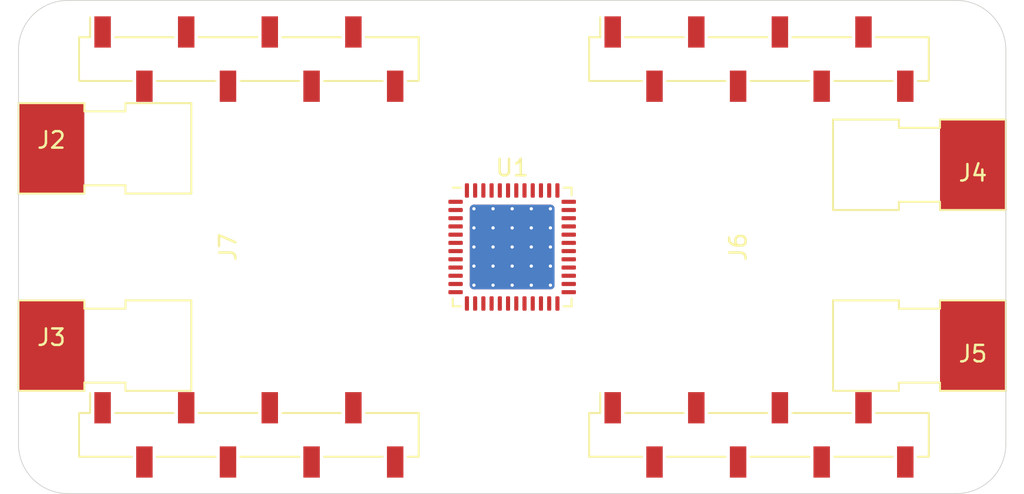
<source format=kicad_pcb>
(kicad_pcb (version 20171130) (host pcbnew 5.1.2-f72e74a~84~ubuntu19.04.1)

  (general
    (thickness 1.6)
    (drawings 8)
    (tracks 0)
    (zones 0)
    (modules 7)
    (nets 84)
  )

  (page A4)
  (layers
    (0 F.Cu signal)
    (31 B.Cu signal)
    (32 B.Adhes user)
    (33 F.Adhes user)
    (34 B.Paste user)
    (35 F.Paste user)
    (36 B.SilkS user)
    (37 F.SilkS user)
    (38 B.Mask user)
    (39 F.Mask user)
    (40 Dwgs.User user)
    (41 Cmts.User user)
    (42 Eco1.User user)
    (43 Eco2.User user)
    (44 Edge.Cuts user)
    (45 Margin user)
    (46 B.CrtYd user)
    (47 F.CrtYd user)
    (48 B.Fab user)
    (49 F.Fab user)
  )

  (setup
    (last_trace_width 0.25)
    (trace_clearance 0.2)
    (zone_clearance 0.508)
    (zone_45_only no)
    (trace_min 0.2)
    (via_size 0.8)
    (via_drill 0.4)
    (via_min_size 0.4)
    (via_min_drill 0.3)
    (uvia_size 0.3)
    (uvia_drill 0.1)
    (uvias_allowed no)
    (uvia_min_size 0.2)
    (uvia_min_drill 0.1)
    (edge_width 0.05)
    (segment_width 0.2)
    (pcb_text_width 0.3)
    (pcb_text_size 1.5 1.5)
    (mod_edge_width 0.12)
    (mod_text_size 1 1)
    (mod_text_width 0.15)
    (pad_size 1.524 1.524)
    (pad_drill 0.762)
    (pad_to_mask_clearance 0.051)
    (solder_mask_min_width 0.25)
    (aux_axis_origin 0 0)
    (visible_elements FFFFFF7F)
    (pcbplotparams
      (layerselection 0x010fc_ffffffff)
      (usegerberextensions false)
      (usegerberattributes false)
      (usegerberadvancedattributes false)
      (creategerberjobfile false)
      (excludeedgelayer true)
      (linewidth 0.100000)
      (plotframeref false)
      (viasonmask false)
      (mode 1)
      (useauxorigin false)
      (hpglpennumber 1)
      (hpglpenspeed 20)
      (hpglpendiameter 15.000000)
      (psnegative false)
      (psa4output false)
      (plotreference true)
      (plotvalue true)
      (plotinvisibletext false)
      (padsonsilk false)
      (subtractmaskfromsilk false)
      (outputformat 1)
      (mirror false)
      (drillshape 1)
      (scaleselection 1)
      (outputdirectory ""))
  )

  (net 0 "")
  (net 1 "Net-(U1-Pad48)")
  (net 2 "Net-(U1-Pad47)")
  (net 3 "Net-(U1-Pad46)")
  (net 4 "Net-(U1-Pad45)")
  (net 5 "Net-(U1-Pad44)")
  (net 6 "Net-(U1-Pad43)")
  (net 7 "Net-(U1-Pad42)")
  (net 8 "Net-(U1-Pad41)")
  (net 9 "Net-(U1-Pad40)")
  (net 10 "Net-(U1-Pad39)")
  (net 11 "Net-(U1-Pad38)")
  (net 12 "Net-(U1-Pad37)")
  (net 13 "Net-(U1-Pad36)")
  (net 14 "Net-(U1-Pad35)")
  (net 15 "Net-(U1-Pad34)")
  (net 16 "Net-(U1-Pad33)")
  (net 17 "Net-(U1-Pad32)")
  (net 18 "Net-(U1-Pad31)")
  (net 19 "Net-(U1-Pad30)")
  (net 20 "Net-(U1-Pad29)")
  (net 21 "Net-(U1-Pad28)")
  (net 22 "Net-(U1-Pad27)")
  (net 23 "Net-(U1-Pad26)")
  (net 24 "Net-(U1-Pad25)")
  (net 25 "Net-(U1-Pad24)")
  (net 26 "Net-(U1-Pad23)")
  (net 27 "Net-(U1-Pad22)")
  (net 28 "Net-(U1-Pad21)")
  (net 29 "Net-(U1-Pad20)")
  (net 30 "Net-(U1-Pad19)")
  (net 31 "Net-(U1-Pad18)")
  (net 32 "Net-(U1-Pad17)")
  (net 33 "Net-(U1-Pad16)")
  (net 34 "Net-(U1-Pad15)")
  (net 35 "Net-(U1-Pad14)")
  (net 36 "Net-(U1-Pad13)")
  (net 37 "Net-(U1-Pad12)")
  (net 38 "Net-(U1-Pad11)")
  (net 39 "Net-(U1-Pad10)")
  (net 40 "Net-(U1-Pad9)")
  (net 41 "Net-(U1-Pad8)")
  (net 42 "Net-(U1-Pad6)")
  (net 43 "Net-(U1-Pad5)")
  (net 44 "Net-(U1-Pad4)")
  (net 45 "Net-(U1-Pad3)")
  (net 46 "Net-(U1-Pad2)")
  (net 47 "Net-(U1-Pad1)")
  (net 48 "Net-(U1-Pad49)")
  (net 49 3V_in)
  (net 50 GND)
  (net 51 "Net-(J2-Pad1)")
  (net 52 "Net-(J6-Pad5)")
  (net 53 "Net-(J6-Pad3)")
  (net 54 "Net-(J6-Pad7)")
  (net 55 "Net-(J6-Pad4)")
  (net 56 "Net-(J6-Pad1)")
  (net 57 "Net-(J6-Pad2)")
  (net 58 "Net-(J6-Pad6)")
  (net 59 "Net-(J6-Pad8)")
  (net 60 "Net-(J6-Pad15)")
  (net 61 "Net-(J6-Pad13)")
  (net 62 "Net-(J6-Pad11)")
  (net 63 "Net-(J6-Pad9)")
  (net 64 "Net-(J6-Pad16)")
  (net 65 "Net-(J6-Pad14)")
  (net 66 "Net-(J6-Pad12)")
  (net 67 "Net-(J6-Pad10)")
  (net 68 "Net-(J7-Pad5)")
  (net 69 "Net-(J7-Pad3)")
  (net 70 "Net-(J7-Pad7)")
  (net 71 "Net-(J7-Pad4)")
  (net 72 "Net-(J7-Pad1)")
  (net 73 "Net-(J7-Pad2)")
  (net 74 "Net-(J7-Pad6)")
  (net 75 "Net-(J7-Pad8)")
  (net 76 "Net-(J7-Pad15)")
  (net 77 "Net-(J7-Pad13)")
  (net 78 "Net-(J7-Pad11)")
  (net 79 "Net-(J7-Pad9)")
  (net 80 "Net-(J7-Pad16)")
  (net 81 "Net-(J7-Pad14)")
  (net 82 "Net-(J7-Pad12)")
  (net 83 "Net-(J7-Pad10)")

  (net_class Default "This is the default net class."
    (clearance 0.2)
    (trace_width 0.25)
    (via_dia 0.8)
    (via_drill 0.4)
    (uvia_dia 0.3)
    (uvia_drill 0.1)
    (add_net 3V_in)
    (add_net GND)
    (add_net "Net-(J2-Pad1)")
    (add_net "Net-(J6-Pad1)")
    (add_net "Net-(J6-Pad10)")
    (add_net "Net-(J6-Pad11)")
    (add_net "Net-(J6-Pad12)")
    (add_net "Net-(J6-Pad13)")
    (add_net "Net-(J6-Pad14)")
    (add_net "Net-(J6-Pad15)")
    (add_net "Net-(J6-Pad16)")
    (add_net "Net-(J6-Pad2)")
    (add_net "Net-(J6-Pad3)")
    (add_net "Net-(J6-Pad4)")
    (add_net "Net-(J6-Pad5)")
    (add_net "Net-(J6-Pad6)")
    (add_net "Net-(J6-Pad7)")
    (add_net "Net-(J6-Pad8)")
    (add_net "Net-(J6-Pad9)")
    (add_net "Net-(J7-Pad1)")
    (add_net "Net-(J7-Pad10)")
    (add_net "Net-(J7-Pad11)")
    (add_net "Net-(J7-Pad12)")
    (add_net "Net-(J7-Pad13)")
    (add_net "Net-(J7-Pad14)")
    (add_net "Net-(J7-Pad15)")
    (add_net "Net-(J7-Pad16)")
    (add_net "Net-(J7-Pad2)")
    (add_net "Net-(J7-Pad3)")
    (add_net "Net-(J7-Pad4)")
    (add_net "Net-(J7-Pad5)")
    (add_net "Net-(J7-Pad6)")
    (add_net "Net-(J7-Pad7)")
    (add_net "Net-(J7-Pad8)")
    (add_net "Net-(J7-Pad9)")
    (add_net "Net-(U1-Pad1)")
    (add_net "Net-(U1-Pad10)")
    (add_net "Net-(U1-Pad11)")
    (add_net "Net-(U1-Pad12)")
    (add_net "Net-(U1-Pad13)")
    (add_net "Net-(U1-Pad14)")
    (add_net "Net-(U1-Pad15)")
    (add_net "Net-(U1-Pad16)")
    (add_net "Net-(U1-Pad17)")
    (add_net "Net-(U1-Pad18)")
    (add_net "Net-(U1-Pad19)")
    (add_net "Net-(U1-Pad2)")
    (add_net "Net-(U1-Pad20)")
    (add_net "Net-(U1-Pad21)")
    (add_net "Net-(U1-Pad22)")
    (add_net "Net-(U1-Pad23)")
    (add_net "Net-(U1-Pad24)")
    (add_net "Net-(U1-Pad25)")
    (add_net "Net-(U1-Pad26)")
    (add_net "Net-(U1-Pad27)")
    (add_net "Net-(U1-Pad28)")
    (add_net "Net-(U1-Pad29)")
    (add_net "Net-(U1-Pad3)")
    (add_net "Net-(U1-Pad30)")
    (add_net "Net-(U1-Pad31)")
    (add_net "Net-(U1-Pad32)")
    (add_net "Net-(U1-Pad33)")
    (add_net "Net-(U1-Pad34)")
    (add_net "Net-(U1-Pad35)")
    (add_net "Net-(U1-Pad36)")
    (add_net "Net-(U1-Pad37)")
    (add_net "Net-(U1-Pad38)")
    (add_net "Net-(U1-Pad39)")
    (add_net "Net-(U1-Pad4)")
    (add_net "Net-(U1-Pad40)")
    (add_net "Net-(U1-Pad41)")
    (add_net "Net-(U1-Pad42)")
    (add_net "Net-(U1-Pad43)")
    (add_net "Net-(U1-Pad44)")
    (add_net "Net-(U1-Pad45)")
    (add_net "Net-(U1-Pad46)")
    (add_net "Net-(U1-Pad47)")
    (add_net "Net-(U1-Pad48)")
    (add_net "Net-(U1-Pad49)")
    (add_net "Net-(U1-Pad5)")
    (add_net "Net-(U1-Pad6)")
    (add_net "Net-(U1-Pad8)")
    (add_net "Net-(U1-Pad9)")
  )

  (module leash:MikroBus-SMD (layer F.Cu) (tedit 5D019C4E) (tstamp 5D021A1D)
    (at 114 65 90)
    (path /5D0335F5)
    (attr smd)
    (fp_text reference J7 (at 0 -1.27 90) (layer F.SilkS)
      (effects (font (size 1 1) (thickness 0.15)))
    )
    (fp_text value mikroBUS (at 0 0 90) (layer F.Fab)
      (effects (font (size 1 1) (thickness 0.15)))
    )
    (fp_line (start -8.33 -10.8) (end -8.33 10.75) (layer F.CrtYd) (width 0.05))
    (fp_line (start -14.53 -10.8) (end -8.33 -10.8) (layer F.CrtYd) (width 0.05))
    (fp_line (start -14.53 10.75) (end -14.53 -10.8) (layer F.CrtYd) (width 0.05))
    (fp_line (start -8.33 10.75) (end -14.53 10.75) (layer F.CrtYd) (width 0.05))
    (fp_line (start -12.7 9.19) (end -13.7 9.19) (layer F.Fab) (width 0.1))
    (fp_line (start -10.1 -8.13) (end -10.1 -4.57) (layer F.SilkS) (width 0.12))
    (fp_line (start -13.7 9.19) (end -13.7 8.59) (layer F.Fab) (width 0.1))
    (fp_line (start -9.16 0.97) (end -9.16 1.57) (layer F.Fab) (width 0.1))
    (fp_line (start -12.7 10.26) (end -12.7 -10.26) (layer F.Fab) (width 0.1))
    (fp_line (start -10.16 -9.19) (end -9.16 -9.19) (layer F.Fab) (width 0.1))
    (fp_line (start -9.16 -8.59) (end -10.16 -8.59) (layer F.Fab) (width 0.1))
    (fp_line (start -13.7 -1.57) (end -12.7 -1.57) (layer F.Fab) (width 0.1))
    (fp_line (start -10.1 -10.32) (end -10.1 -9.65) (layer F.SilkS) (width 0.12))
    (fp_line (start -13.7 -6.65) (end -12.7 -6.65) (layer F.Fab) (width 0.1))
    (fp_line (start -9.16 1.57) (end -10.16 1.57) (layer F.Fab) (width 0.1))
    (fp_line (start -12.76 9.65) (end -12.76 10.32) (layer F.SilkS) (width 0.12))
    (fp_line (start -13.7 4.11) (end -13.7 3.51) (layer F.Fab) (width 0.1))
    (fp_line (start -12.7 -0.97) (end -13.7 -0.97) (layer F.Fab) (width 0.1))
    (fp_text user %R (at -11.43 0) (layer F.Fab)
      (effects (font (size 1 1) (thickness 0.15)))
    )
    (fp_line (start -10.16 6.05) (end -9.16 6.05) (layer F.Fab) (width 0.1))
    (fp_line (start -10.795 -10.26) (end -10.16 -9.625) (layer F.Fab) (width 0.1))
    (fp_line (start -10.1 -9.65) (end -8.89 -9.65) (layer F.SilkS) (width 0.12))
    (fp_line (start -12.7 -6.05) (end -13.7 -6.05) (layer F.Fab) (width 0.1))
    (fp_line (start -12.76 4.57) (end -12.76 8.13) (layer F.SilkS) (width 0.12))
    (fp_line (start -12.76 -5.59) (end -12.76 -2.03) (layer F.SilkS) (width 0.12))
    (fp_line (start -12.76 -10.32) (end -10.1 -10.32) (layer F.SilkS) (width 0.12))
    (fp_line (start -12.7 4.11) (end -13.7 4.11) (layer F.Fab) (width 0.1))
    (fp_line (start -10.16 -4.11) (end -9.16 -4.11) (layer F.Fab) (width 0.1))
    (fp_line (start -9.16 -3.51) (end -10.16 -3.51) (layer F.Fab) (width 0.1))
    (fp_line (start -10.1 7.11) (end -10.1 10.32) (layer F.SilkS) (width 0.12))
    (fp_line (start -9.16 6.65) (end -10.16 6.65) (layer F.Fab) (width 0.1))
    (fp_line (start -10.1 2.03) (end -10.1 5.59) (layer F.SilkS) (width 0.12))
    (fp_line (start -13.7 -0.97) (end -13.7 -1.57) (layer F.Fab) (width 0.1))
    (fp_line (start -12.76 -10.32) (end -12.76 -7.11) (layer F.SilkS) (width 0.12))
    (fp_line (start -10.16 10.26) (end -12.7 10.26) (layer F.Fab) (width 0.1))
    (fp_line (start -9.16 6.05) (end -9.16 6.65) (layer F.Fab) (width 0.1))
    (fp_line (start -12.76 -0.51) (end -12.76 3.05) (layer F.SilkS) (width 0.12))
    (fp_line (start -13.7 3.51) (end -12.7 3.51) (layer F.Fab) (width 0.1))
    (fp_line (start -10.16 0.97) (end -9.16 0.97) (layer F.Fab) (width 0.1))
    (fp_line (start -12.76 10.32) (end -10.1 10.32) (layer F.SilkS) (width 0.12))
    (fp_line (start -10.16 -9.625) (end -10.16 10.26) (layer F.Fab) (width 0.1))
    (fp_line (start -13.7 -6.05) (end -13.7 -6.65) (layer F.Fab) (width 0.1))
    (fp_line (start -13.7 8.59) (end -12.7 8.59) (layer F.Fab) (width 0.1))
    (fp_line (start -12.7 -10.26) (end -10.795 -10.26) (layer F.Fab) (width 0.1))
    (fp_line (start -9.16 -9.19) (end -9.16 -8.59) (layer F.Fab) (width 0.1))
    (fp_line (start -9.16 -4.11) (end -9.16 -3.51) (layer F.Fab) (width 0.1))
    (fp_line (start -10.1 -3.05) (end -10.1 0.51) (layer F.SilkS) (width 0.12))
    (fp_line (start 10.1 -10.32) (end 12.76 -10.32) (layer F.SilkS) (width 0.12))
    (fp_line (start 12.76 -10.32) (end 12.76 -9.65) (layer F.SilkS) (width 0.12))
    (fp_line (start 12.76 -8.13) (end 12.76 -4.57) (layer F.SilkS) (width 0.12))
    (fp_line (start 12.76 -3.05) (end 12.76 0.51) (layer F.SilkS) (width 0.12))
    (fp_line (start 12.76 2.03) (end 12.76 5.59) (layer F.SilkS) (width 0.12))
    (fp_line (start 12.76 7.11) (end 12.76 10.32) (layer F.SilkS) (width 0.12))
    (fp_line (start 10.1 10.32) (end 12.76 10.32) (layer F.SilkS) (width 0.12))
    (fp_line (start 10.1 -10.32) (end 10.1 -7.11) (layer F.SilkS) (width 0.12))
    (fp_line (start 10.1 -5.59) (end 10.1 -2.03) (layer F.SilkS) (width 0.12))
    (fp_line (start 10.1 -0.51) (end 10.1 3.05) (layer F.SilkS) (width 0.12))
    (fp_line (start 10.1 4.57) (end 10.1 8.13) (layer F.SilkS) (width 0.12))
    (fp_line (start 10.1 9.65) (end 10.1 10.32) (layer F.SilkS) (width 0.12))
    (fp_line (start 12.76 -9.65) (end 13.97 -9.65) (layer F.SilkS) (width 0.12))
    (fp_line (start 10.16 -10.26) (end 12.065 -10.26) (layer F.Fab) (width 0.1))
    (fp_line (start 12.065 -10.26) (end 12.7 -9.625) (layer F.Fab) (width 0.1))
    (fp_line (start 12.7 -9.625) (end 12.7 10.26) (layer F.Fab) (width 0.1))
    (fp_line (start 12.7 10.26) (end 10.16 10.26) (layer F.Fab) (width 0.1))
    (fp_line (start 10.16 10.26) (end 10.16 -10.26) (layer F.Fab) (width 0.1))
    (fp_line (start 12.7 -9.19) (end 13.7 -9.19) (layer F.Fab) (width 0.1))
    (fp_line (start 13.7 -9.19) (end 13.7 -8.59) (layer F.Fab) (width 0.1))
    (fp_line (start 13.7 -8.59) (end 12.7 -8.59) (layer F.Fab) (width 0.1))
    (fp_line (start 9.16 -6.65) (end 10.16 -6.65) (layer F.Fab) (width 0.1))
    (fp_line (start 10.16 -6.05) (end 9.16 -6.05) (layer F.Fab) (width 0.1))
    (fp_line (start 9.16 -6.05) (end 9.16 -6.65) (layer F.Fab) (width 0.1))
    (fp_line (start 12.7 -4.11) (end 13.7 -4.11) (layer F.Fab) (width 0.1))
    (fp_line (start 13.7 -4.11) (end 13.7 -3.51) (layer F.Fab) (width 0.1))
    (fp_line (start 13.7 -3.51) (end 12.7 -3.51) (layer F.Fab) (width 0.1))
    (fp_line (start 9.16 -1.57) (end 10.16 -1.57) (layer F.Fab) (width 0.1))
    (fp_line (start 10.16 -0.97) (end 9.16 -0.97) (layer F.Fab) (width 0.1))
    (fp_line (start 9.16 -0.97) (end 9.16 -1.57) (layer F.Fab) (width 0.1))
    (fp_line (start 12.7 0.97) (end 13.7 0.97) (layer F.Fab) (width 0.1))
    (fp_line (start 13.7 0.97) (end 13.7 1.57) (layer F.Fab) (width 0.1))
    (fp_line (start 13.7 1.57) (end 12.7 1.57) (layer F.Fab) (width 0.1))
    (fp_line (start 9.16 3.51) (end 10.16 3.51) (layer F.Fab) (width 0.1))
    (fp_line (start 10.16 4.11) (end 9.16 4.11) (layer F.Fab) (width 0.1))
    (fp_line (start 9.16 4.11) (end 9.16 3.51) (layer F.Fab) (width 0.1))
    (fp_line (start 12.7 6.05) (end 13.7 6.05) (layer F.Fab) (width 0.1))
    (fp_line (start 13.7 6.05) (end 13.7 6.65) (layer F.Fab) (width 0.1))
    (fp_line (start 13.7 6.65) (end 12.7 6.65) (layer F.Fab) (width 0.1))
    (fp_line (start 9.16 8.59) (end 10.16 8.59) (layer F.Fab) (width 0.1))
    (fp_line (start 10.16 9.19) (end 9.16 9.19) (layer F.Fab) (width 0.1))
    (fp_line (start 9.16 9.19) (end 9.16 8.59) (layer F.Fab) (width 0.1))
    (fp_line (start 8.33 -10.8) (end 14.53 -10.8) (layer F.CrtYd) (width 0.05))
    (fp_line (start 14.53 -10.8) (end 14.53 10.75) (layer F.CrtYd) (width 0.05))
    (fp_line (start 14.53 10.75) (end 8.33 10.75) (layer F.CrtYd) (width 0.05))
    (fp_line (start 8.33 10.75) (end 8.33 -10.8) (layer F.CrtYd) (width 0.05))
    (fp_text user %R (at 11.43 0) (layer F.Fab)
      (effects (font (size 1 1) (thickness 0.15)))
    )
    (pad 5 smd rect (at -9.78 1.27 90) (size 1.9 1) (layers F.Cu F.Paste F.Mask)
      (net 68 "Net-(J7-Pad5)"))
    (pad 3 smd rect (at -9.78 -3.81 90) (size 1.9 1) (layers F.Cu F.Paste F.Mask)
      (net 69 "Net-(J7-Pad3)"))
    (pad 7 smd rect (at -9.78 6.35 90) (size 1.9 1) (layers F.Cu F.Paste F.Mask)
      (net 70 "Net-(J7-Pad7)"))
    (pad 4 smd rect (at -13.08 -1.27 90) (size 1.9 1) (layers F.Cu F.Paste F.Mask)
      (net 71 "Net-(J7-Pad4)"))
    (pad 1 smd rect (at -9.78 -8.89 90) (size 1.9 1) (layers F.Cu F.Paste F.Mask)
      (net 72 "Net-(J7-Pad1)"))
    (pad 2 smd rect (at -13.08 -6.35 90) (size 1.9 1) (layers F.Cu F.Paste F.Mask)
      (net 73 "Net-(J7-Pad2)"))
    (pad 6 smd rect (at -13.08 3.81 90) (size 1.9 1) (layers F.Cu F.Paste F.Mask)
      (net 74 "Net-(J7-Pad6)"))
    (pad 8 smd rect (at -13.08 8.89 90) (size 1.9 1) (layers F.Cu F.Paste F.Mask)
      (net 75 "Net-(J7-Pad8)"))
    (pad 15 smd rect (at 9.78 -6.35 90) (size 1.9 1) (layers F.Cu F.Paste F.Mask)
      (net 76 "Net-(J7-Pad15)"))
    (pad 13 smd rect (at 9.78 -1.27 90) (size 1.9 1) (layers F.Cu F.Paste F.Mask)
      (net 77 "Net-(J7-Pad13)"))
    (pad 11 smd rect (at 9.78 3.81 90) (size 1.9 1) (layers F.Cu F.Paste F.Mask)
      (net 78 "Net-(J7-Pad11)"))
    (pad 9 smd rect (at 9.78 8.89 90) (size 1.9 1) (layers F.Cu F.Paste F.Mask)
      (net 79 "Net-(J7-Pad9)"))
    (pad 16 smd rect (at 13.08 -8.89 90) (size 1.9 1) (layers F.Cu F.Paste F.Mask)
      (net 80 "Net-(J7-Pad16)"))
    (pad 14 smd rect (at 13.08 -3.81 90) (size 1.9 1) (layers F.Cu F.Paste F.Mask)
      (net 81 "Net-(J7-Pad14)"))
    (pad 12 smd rect (at 13.08 1.27 90) (size 1.9 1) (layers F.Cu F.Paste F.Mask)
      (net 82 "Net-(J7-Pad12)"))
    (pad 10 smd rect (at 13.08 6.35 90) (size 1.9 1) (layers F.Cu F.Paste F.Mask)
      (net 83 "Net-(J7-Pad10)"))
    (model ${KISYS3DMOD}/Connector_PinSocket_2.54mm.3dshapes/PinSocket_1x08_P2.54mm_Vertical_SMD_Pin1Right.wrl
      (offset (xyz 11.43 0 0))
      (scale (xyz 1 1 1))
      (rotate (xyz 0 0 0))
    )
    (model ${KISYS3DMOD}/Connector_PinSocket_2.54mm.3dshapes/PinSocket_1x08_P2.54mm_Vertical_SMD_Pin1Right.wrl
      (offset (xyz -11.43 0 0))
      (scale (xyz 1 1 1))
      (rotate (xyz 0 0 0))
    )
  )

  (module leash:MikroBus-SMD (layer F.Cu) (tedit 5D019C4E) (tstamp 5D0219AB)
    (at 145 65 90)
    (path /5D0322BE)
    (attr smd)
    (fp_text reference J6 (at 0 -1.27 90) (layer F.SilkS)
      (effects (font (size 1 1) (thickness 0.15)))
    )
    (fp_text value mikroBUS (at 0 0 90) (layer F.Fab)
      (effects (font (size 1 1) (thickness 0.15)))
    )
    (fp_line (start -8.33 -10.8) (end -8.33 10.75) (layer F.CrtYd) (width 0.05))
    (fp_line (start -14.53 -10.8) (end -8.33 -10.8) (layer F.CrtYd) (width 0.05))
    (fp_line (start -14.53 10.75) (end -14.53 -10.8) (layer F.CrtYd) (width 0.05))
    (fp_line (start -8.33 10.75) (end -14.53 10.75) (layer F.CrtYd) (width 0.05))
    (fp_line (start -12.7 9.19) (end -13.7 9.19) (layer F.Fab) (width 0.1))
    (fp_line (start -10.1 -8.13) (end -10.1 -4.57) (layer F.SilkS) (width 0.12))
    (fp_line (start -13.7 9.19) (end -13.7 8.59) (layer F.Fab) (width 0.1))
    (fp_line (start -9.16 0.97) (end -9.16 1.57) (layer F.Fab) (width 0.1))
    (fp_line (start -12.7 10.26) (end -12.7 -10.26) (layer F.Fab) (width 0.1))
    (fp_line (start -10.16 -9.19) (end -9.16 -9.19) (layer F.Fab) (width 0.1))
    (fp_line (start -9.16 -8.59) (end -10.16 -8.59) (layer F.Fab) (width 0.1))
    (fp_line (start -13.7 -1.57) (end -12.7 -1.57) (layer F.Fab) (width 0.1))
    (fp_line (start -10.1 -10.32) (end -10.1 -9.65) (layer F.SilkS) (width 0.12))
    (fp_line (start -13.7 -6.65) (end -12.7 -6.65) (layer F.Fab) (width 0.1))
    (fp_line (start -9.16 1.57) (end -10.16 1.57) (layer F.Fab) (width 0.1))
    (fp_line (start -12.76 9.65) (end -12.76 10.32) (layer F.SilkS) (width 0.12))
    (fp_line (start -13.7 4.11) (end -13.7 3.51) (layer F.Fab) (width 0.1))
    (fp_line (start -12.7 -0.97) (end -13.7 -0.97) (layer F.Fab) (width 0.1))
    (fp_text user %R (at -11.43 0) (layer F.Fab)
      (effects (font (size 1 1) (thickness 0.15)))
    )
    (fp_line (start -10.16 6.05) (end -9.16 6.05) (layer F.Fab) (width 0.1))
    (fp_line (start -10.795 -10.26) (end -10.16 -9.625) (layer F.Fab) (width 0.1))
    (fp_line (start -10.1 -9.65) (end -8.89 -9.65) (layer F.SilkS) (width 0.12))
    (fp_line (start -12.7 -6.05) (end -13.7 -6.05) (layer F.Fab) (width 0.1))
    (fp_line (start -12.76 4.57) (end -12.76 8.13) (layer F.SilkS) (width 0.12))
    (fp_line (start -12.76 -5.59) (end -12.76 -2.03) (layer F.SilkS) (width 0.12))
    (fp_line (start -12.76 -10.32) (end -10.1 -10.32) (layer F.SilkS) (width 0.12))
    (fp_line (start -12.7 4.11) (end -13.7 4.11) (layer F.Fab) (width 0.1))
    (fp_line (start -10.16 -4.11) (end -9.16 -4.11) (layer F.Fab) (width 0.1))
    (fp_line (start -9.16 -3.51) (end -10.16 -3.51) (layer F.Fab) (width 0.1))
    (fp_line (start -10.1 7.11) (end -10.1 10.32) (layer F.SilkS) (width 0.12))
    (fp_line (start -9.16 6.65) (end -10.16 6.65) (layer F.Fab) (width 0.1))
    (fp_line (start -10.1 2.03) (end -10.1 5.59) (layer F.SilkS) (width 0.12))
    (fp_line (start -13.7 -0.97) (end -13.7 -1.57) (layer F.Fab) (width 0.1))
    (fp_line (start -12.76 -10.32) (end -12.76 -7.11) (layer F.SilkS) (width 0.12))
    (fp_line (start -10.16 10.26) (end -12.7 10.26) (layer F.Fab) (width 0.1))
    (fp_line (start -9.16 6.05) (end -9.16 6.65) (layer F.Fab) (width 0.1))
    (fp_line (start -12.76 -0.51) (end -12.76 3.05) (layer F.SilkS) (width 0.12))
    (fp_line (start -13.7 3.51) (end -12.7 3.51) (layer F.Fab) (width 0.1))
    (fp_line (start -10.16 0.97) (end -9.16 0.97) (layer F.Fab) (width 0.1))
    (fp_line (start -12.76 10.32) (end -10.1 10.32) (layer F.SilkS) (width 0.12))
    (fp_line (start -10.16 -9.625) (end -10.16 10.26) (layer F.Fab) (width 0.1))
    (fp_line (start -13.7 -6.05) (end -13.7 -6.65) (layer F.Fab) (width 0.1))
    (fp_line (start -13.7 8.59) (end -12.7 8.59) (layer F.Fab) (width 0.1))
    (fp_line (start -12.7 -10.26) (end -10.795 -10.26) (layer F.Fab) (width 0.1))
    (fp_line (start -9.16 -9.19) (end -9.16 -8.59) (layer F.Fab) (width 0.1))
    (fp_line (start -9.16 -4.11) (end -9.16 -3.51) (layer F.Fab) (width 0.1))
    (fp_line (start -10.1 -3.05) (end -10.1 0.51) (layer F.SilkS) (width 0.12))
    (fp_line (start 10.1 -10.32) (end 12.76 -10.32) (layer F.SilkS) (width 0.12))
    (fp_line (start 12.76 -10.32) (end 12.76 -9.65) (layer F.SilkS) (width 0.12))
    (fp_line (start 12.76 -8.13) (end 12.76 -4.57) (layer F.SilkS) (width 0.12))
    (fp_line (start 12.76 -3.05) (end 12.76 0.51) (layer F.SilkS) (width 0.12))
    (fp_line (start 12.76 2.03) (end 12.76 5.59) (layer F.SilkS) (width 0.12))
    (fp_line (start 12.76 7.11) (end 12.76 10.32) (layer F.SilkS) (width 0.12))
    (fp_line (start 10.1 10.32) (end 12.76 10.32) (layer F.SilkS) (width 0.12))
    (fp_line (start 10.1 -10.32) (end 10.1 -7.11) (layer F.SilkS) (width 0.12))
    (fp_line (start 10.1 -5.59) (end 10.1 -2.03) (layer F.SilkS) (width 0.12))
    (fp_line (start 10.1 -0.51) (end 10.1 3.05) (layer F.SilkS) (width 0.12))
    (fp_line (start 10.1 4.57) (end 10.1 8.13) (layer F.SilkS) (width 0.12))
    (fp_line (start 10.1 9.65) (end 10.1 10.32) (layer F.SilkS) (width 0.12))
    (fp_line (start 12.76 -9.65) (end 13.97 -9.65) (layer F.SilkS) (width 0.12))
    (fp_line (start 10.16 -10.26) (end 12.065 -10.26) (layer F.Fab) (width 0.1))
    (fp_line (start 12.065 -10.26) (end 12.7 -9.625) (layer F.Fab) (width 0.1))
    (fp_line (start 12.7 -9.625) (end 12.7 10.26) (layer F.Fab) (width 0.1))
    (fp_line (start 12.7 10.26) (end 10.16 10.26) (layer F.Fab) (width 0.1))
    (fp_line (start 10.16 10.26) (end 10.16 -10.26) (layer F.Fab) (width 0.1))
    (fp_line (start 12.7 -9.19) (end 13.7 -9.19) (layer F.Fab) (width 0.1))
    (fp_line (start 13.7 -9.19) (end 13.7 -8.59) (layer F.Fab) (width 0.1))
    (fp_line (start 13.7 -8.59) (end 12.7 -8.59) (layer F.Fab) (width 0.1))
    (fp_line (start 9.16 -6.65) (end 10.16 -6.65) (layer F.Fab) (width 0.1))
    (fp_line (start 10.16 -6.05) (end 9.16 -6.05) (layer F.Fab) (width 0.1))
    (fp_line (start 9.16 -6.05) (end 9.16 -6.65) (layer F.Fab) (width 0.1))
    (fp_line (start 12.7 -4.11) (end 13.7 -4.11) (layer F.Fab) (width 0.1))
    (fp_line (start 13.7 -4.11) (end 13.7 -3.51) (layer F.Fab) (width 0.1))
    (fp_line (start 13.7 -3.51) (end 12.7 -3.51) (layer F.Fab) (width 0.1))
    (fp_line (start 9.16 -1.57) (end 10.16 -1.57) (layer F.Fab) (width 0.1))
    (fp_line (start 10.16 -0.97) (end 9.16 -0.97) (layer F.Fab) (width 0.1))
    (fp_line (start 9.16 -0.97) (end 9.16 -1.57) (layer F.Fab) (width 0.1))
    (fp_line (start 12.7 0.97) (end 13.7 0.97) (layer F.Fab) (width 0.1))
    (fp_line (start 13.7 0.97) (end 13.7 1.57) (layer F.Fab) (width 0.1))
    (fp_line (start 13.7 1.57) (end 12.7 1.57) (layer F.Fab) (width 0.1))
    (fp_line (start 9.16 3.51) (end 10.16 3.51) (layer F.Fab) (width 0.1))
    (fp_line (start 10.16 4.11) (end 9.16 4.11) (layer F.Fab) (width 0.1))
    (fp_line (start 9.16 4.11) (end 9.16 3.51) (layer F.Fab) (width 0.1))
    (fp_line (start 12.7 6.05) (end 13.7 6.05) (layer F.Fab) (width 0.1))
    (fp_line (start 13.7 6.05) (end 13.7 6.65) (layer F.Fab) (width 0.1))
    (fp_line (start 13.7 6.65) (end 12.7 6.65) (layer F.Fab) (width 0.1))
    (fp_line (start 9.16 8.59) (end 10.16 8.59) (layer F.Fab) (width 0.1))
    (fp_line (start 10.16 9.19) (end 9.16 9.19) (layer F.Fab) (width 0.1))
    (fp_line (start 9.16 9.19) (end 9.16 8.59) (layer F.Fab) (width 0.1))
    (fp_line (start 8.33 -10.8) (end 14.53 -10.8) (layer F.CrtYd) (width 0.05))
    (fp_line (start 14.53 -10.8) (end 14.53 10.75) (layer F.CrtYd) (width 0.05))
    (fp_line (start 14.53 10.75) (end 8.33 10.75) (layer F.CrtYd) (width 0.05))
    (fp_line (start 8.33 10.75) (end 8.33 -10.8) (layer F.CrtYd) (width 0.05))
    (fp_text user %R (at 11.43 0) (layer F.Fab)
      (effects (font (size 1 1) (thickness 0.15)))
    )
    (pad 5 smd rect (at -9.78 1.27 90) (size 1.9 1) (layers F.Cu F.Paste F.Mask)
      (net 52 "Net-(J6-Pad5)"))
    (pad 3 smd rect (at -9.78 -3.81 90) (size 1.9 1) (layers F.Cu F.Paste F.Mask)
      (net 53 "Net-(J6-Pad3)"))
    (pad 7 smd rect (at -9.78 6.35 90) (size 1.9 1) (layers F.Cu F.Paste F.Mask)
      (net 54 "Net-(J6-Pad7)"))
    (pad 4 smd rect (at -13.08 -1.27 90) (size 1.9 1) (layers F.Cu F.Paste F.Mask)
      (net 55 "Net-(J6-Pad4)"))
    (pad 1 smd rect (at -9.78 -8.89 90) (size 1.9 1) (layers F.Cu F.Paste F.Mask)
      (net 56 "Net-(J6-Pad1)"))
    (pad 2 smd rect (at -13.08 -6.35 90) (size 1.9 1) (layers F.Cu F.Paste F.Mask)
      (net 57 "Net-(J6-Pad2)"))
    (pad 6 smd rect (at -13.08 3.81 90) (size 1.9 1) (layers F.Cu F.Paste F.Mask)
      (net 58 "Net-(J6-Pad6)"))
    (pad 8 smd rect (at -13.08 8.89 90) (size 1.9 1) (layers F.Cu F.Paste F.Mask)
      (net 59 "Net-(J6-Pad8)"))
    (pad 15 smd rect (at 9.78 -6.35 90) (size 1.9 1) (layers F.Cu F.Paste F.Mask)
      (net 60 "Net-(J6-Pad15)"))
    (pad 13 smd rect (at 9.78 -1.27 90) (size 1.9 1) (layers F.Cu F.Paste F.Mask)
      (net 61 "Net-(J6-Pad13)"))
    (pad 11 smd rect (at 9.78 3.81 90) (size 1.9 1) (layers F.Cu F.Paste F.Mask)
      (net 62 "Net-(J6-Pad11)"))
    (pad 9 smd rect (at 9.78 8.89 90) (size 1.9 1) (layers F.Cu F.Paste F.Mask)
      (net 63 "Net-(J6-Pad9)"))
    (pad 16 smd rect (at 13.08 -8.89 90) (size 1.9 1) (layers F.Cu F.Paste F.Mask)
      (net 64 "Net-(J6-Pad16)"))
    (pad 14 smd rect (at 13.08 -3.81 90) (size 1.9 1) (layers F.Cu F.Paste F.Mask)
      (net 65 "Net-(J6-Pad14)"))
    (pad 12 smd rect (at 13.08 1.27 90) (size 1.9 1) (layers F.Cu F.Paste F.Mask)
      (net 66 "Net-(J6-Pad12)"))
    (pad 10 smd rect (at 13.08 6.35 90) (size 1.9 1) (layers F.Cu F.Paste F.Mask)
      (net 67 "Net-(J6-Pad10)"))
    (model ${KISYS3DMOD}/Connector_PinSocket_2.54mm.3dshapes/PinSocket_1x08_P2.54mm_Vertical_SMD_Pin1Right.wrl
      (offset (xyz 11.43 0 0))
      (scale (xyz 1 1 1))
      (rotate (xyz 0 0 0))
    )
    (model ${KISYS3DMOD}/Connector_PinSocket_2.54mm.3dshapes/PinSocket_1x08_P2.54mm_Vertical_SMD_Pin1Right.wrl
      (offset (xyz -11.43 0 0))
      (scale (xyz 1 1 1))
      (rotate (xyz 0 0 0))
    )
  )

  (module leash:1020-1 (layer F.Cu) (tedit 5D019627) (tstamp 5D01F267)
    (at 158 71)
    (path /5D02D6AD)
    (fp_text reference J5 (at 0 0.5) (layer F.SilkS)
      (effects (font (size 1 1) (thickness 0.15)))
    )
    (fp_text value 1020-1 (at 0 -0.5) (layer F.Fab)
      (effects (font (size 1 1) (thickness 0.15)))
    )
    (fp_line (start -2 -2.75) (end 2 -2.75) (layer F.SilkS) (width 0.12))
    (fp_line (start -2 -2.25) (end -2 -2.75) (layer F.SilkS) (width 0.12))
    (fp_line (start -4.5 -2.25) (end -2 -2.25) (layer F.SilkS) (width 0.12))
    (fp_line (start -4.5 -2.75) (end -4.5 -2.25) (layer F.SilkS) (width 0.12))
    (fp_line (start -8.5 -2.75) (end -4.5 -2.75) (layer F.SilkS) (width 0.12))
    (fp_line (start -8.5 2.75) (end -8.5 -2.75) (layer F.SilkS) (width 0.12))
    (fp_line (start -2 2.25) (end -2 2.75) (layer F.SilkS) (width 0.12))
    (fp_line (start -4.5 2.25) (end -2 2.25) (layer F.SilkS) (width 0.12))
    (fp_line (start -4.5 2.75) (end -4.5 2.25) (layer F.SilkS) (width 0.12))
    (fp_line (start -8.5 2.75) (end -4.5 2.75) (layer F.SilkS) (width 0.12))
    (fp_line (start 2 2.75) (end -2 2.75) (layer F.SilkS) (width 0.12))
    (fp_line (start 2 -2.75) (end 2 2.75) (layer F.SilkS) (width 0.12))
    (pad 1 smd rect (at 0 0) (size 4 5.5) (layers F.Cu F.Paste F.Mask)
      (net 50 GND))
    (model ${KIPRJMOD}/Mech/keystone-PN1020-1.STEP
      (offset (xyz -4.5 0 0.5))
      (scale (xyz 1 1 1))
      (rotate (xyz -90 0 0))
    )
  )

  (module leash:1020-1 (layer F.Cu) (tedit 5D019627) (tstamp 5D01F4DE)
    (at 158 60)
    (path /5D02D4E1)
    (fp_text reference J4 (at 0 0.5) (layer F.SilkS)
      (effects (font (size 1 1) (thickness 0.15)))
    )
    (fp_text value 1020-1 (at 0 -0.5) (layer F.Fab)
      (effects (font (size 1 1) (thickness 0.15)))
    )
    (fp_line (start -2 -2.75) (end 2 -2.75) (layer F.SilkS) (width 0.12))
    (fp_line (start -2 -2.25) (end -2 -2.75) (layer F.SilkS) (width 0.12))
    (fp_line (start -4.5 -2.25) (end -2 -2.25) (layer F.SilkS) (width 0.12))
    (fp_line (start -4.5 -2.75) (end -4.5 -2.25) (layer F.SilkS) (width 0.12))
    (fp_line (start -8.5 -2.75) (end -4.5 -2.75) (layer F.SilkS) (width 0.12))
    (fp_line (start -8.5 2.75) (end -8.5 -2.75) (layer F.SilkS) (width 0.12))
    (fp_line (start -2 2.25) (end -2 2.75) (layer F.SilkS) (width 0.12))
    (fp_line (start -4.5 2.25) (end -2 2.25) (layer F.SilkS) (width 0.12))
    (fp_line (start -4.5 2.75) (end -4.5 2.25) (layer F.SilkS) (width 0.12))
    (fp_line (start -8.5 2.75) (end -4.5 2.75) (layer F.SilkS) (width 0.12))
    (fp_line (start 2 2.75) (end -2 2.75) (layer F.SilkS) (width 0.12))
    (fp_line (start 2 -2.75) (end 2 2.75) (layer F.SilkS) (width 0.12))
    (pad 1 smd rect (at 0 0) (size 4 5.5) (layers F.Cu F.Paste F.Mask)
      (net 51 "Net-(J2-Pad1)"))
    (model ${KIPRJMOD}/Mech/keystone-PN1020-1.STEP
      (offset (xyz -4.5 0 0.5))
      (scale (xyz 1 1 1))
      (rotate (xyz -90 0 0))
    )
  )

  (module leash:1020-1 (layer F.Cu) (tedit 5D019627) (tstamp 5D01F5E1)
    (at 102 71 180)
    (path /5D02E6A5)
    (fp_text reference J3 (at 0 0.5) (layer F.SilkS)
      (effects (font (size 1 1) (thickness 0.15)))
    )
    (fp_text value 1020-1 (at 0 -0.5) (layer F.Fab)
      (effects (font (size 1 1) (thickness 0.15)))
    )
    (fp_line (start -2 -2.75) (end 2 -2.75) (layer F.SilkS) (width 0.12))
    (fp_line (start -2 -2.25) (end -2 -2.75) (layer F.SilkS) (width 0.12))
    (fp_line (start -4.5 -2.25) (end -2 -2.25) (layer F.SilkS) (width 0.12))
    (fp_line (start -4.5 -2.75) (end -4.5 -2.25) (layer F.SilkS) (width 0.12))
    (fp_line (start -8.5 -2.75) (end -4.5 -2.75) (layer F.SilkS) (width 0.12))
    (fp_line (start -8.5 2.75) (end -8.5 -2.75) (layer F.SilkS) (width 0.12))
    (fp_line (start -2 2.25) (end -2 2.75) (layer F.SilkS) (width 0.12))
    (fp_line (start -4.5 2.25) (end -2 2.25) (layer F.SilkS) (width 0.12))
    (fp_line (start -4.5 2.75) (end -4.5 2.25) (layer F.SilkS) (width 0.12))
    (fp_line (start -8.5 2.75) (end -4.5 2.75) (layer F.SilkS) (width 0.12))
    (fp_line (start 2 2.75) (end -2 2.75) (layer F.SilkS) (width 0.12))
    (fp_line (start 2 -2.75) (end 2 2.75) (layer F.SilkS) (width 0.12))
    (pad 1 smd rect (at 0 0 180) (size 4 5.5) (layers F.Cu F.Paste F.Mask)
      (net 49 3V_in))
    (model ${KIPRJMOD}/Mech/keystone-PN1020-1.STEP
      (offset (xyz -4.5 0 0.5))
      (scale (xyz 1 1 1))
      (rotate (xyz -90 0 0))
    )
  )

  (module leash:1020-1 (layer F.Cu) (tedit 5D019627) (tstamp 5D01F234)
    (at 102 59 180)
    (path /5D02BD43)
    (fp_text reference J2 (at 0 0.5) (layer F.SilkS)
      (effects (font (size 1 1) (thickness 0.15)))
    )
    (fp_text value 1020-1 (at 0 -0.5) (layer F.Fab)
      (effects (font (size 1 1) (thickness 0.15)))
    )
    (fp_line (start -2 -2.75) (end 2 -2.75) (layer F.SilkS) (width 0.12))
    (fp_line (start -2 -2.25) (end -2 -2.75) (layer F.SilkS) (width 0.12))
    (fp_line (start -4.5 -2.25) (end -2 -2.25) (layer F.SilkS) (width 0.12))
    (fp_line (start -4.5 -2.75) (end -4.5 -2.25) (layer F.SilkS) (width 0.12))
    (fp_line (start -8.5 -2.75) (end -4.5 -2.75) (layer F.SilkS) (width 0.12))
    (fp_line (start -8.5 2.75) (end -8.5 -2.75) (layer F.SilkS) (width 0.12))
    (fp_line (start -2 2.25) (end -2 2.75) (layer F.SilkS) (width 0.12))
    (fp_line (start -4.5 2.25) (end -2 2.25) (layer F.SilkS) (width 0.12))
    (fp_line (start -4.5 2.75) (end -4.5 2.25) (layer F.SilkS) (width 0.12))
    (fp_line (start -8.5 2.75) (end -4.5 2.75) (layer F.SilkS) (width 0.12))
    (fp_line (start 2 2.75) (end -2 2.75) (layer F.SilkS) (width 0.12))
    (fp_line (start 2 -2.75) (end 2 2.75) (layer F.SilkS) (width 0.12))
    (pad 1 smd rect (at 0 0 180) (size 4 5.5) (layers F.Cu F.Paste F.Mask)
      (net 51 "Net-(J2-Pad1)"))
    (model ${KIPRJMOD}/Mech/keystone-PN1020-1.STEP
      (offset (xyz -4.5 0 0.5))
      (scale (xyz 1 1 1))
      (rotate (xyz -90 0 0))
    )
  )

  (module Package_DFN_QFN:QFN-48-1EP_7x7mm_P0.5mm_EP5.15x5.15mm_ThermalVias (layer F.Cu) (tedit 5C26A111) (tstamp 5D016F71)
    (at 130 65)
    (descr "QFN, 48 Pin (http://www.analog.com/media/en/package-pcb-resources/package/pkg_pdf/ltc-legacy-qfn/QFN_48_05-08-1704.pdf), generated with kicad-footprint-generator ipc_dfn_qfn_generator.py")
    (tags "QFN DFN_QFN")
    (path /5D019B84)
    (attr smd)
    (fp_text reference U1 (at 0 -4.82) (layer F.SilkS)
      (effects (font (size 1 1) (thickness 0.15)))
    )
    (fp_text value CC1352R (at 0 4.82) (layer F.Fab)
      (effects (font (size 1 1) (thickness 0.15)))
    )
    (fp_text user %R (at 0 0) (layer F.Fab)
      (effects (font (size 1 1) (thickness 0.15)))
    )
    (fp_line (start 4.12 -4.12) (end -4.12 -4.12) (layer F.CrtYd) (width 0.05))
    (fp_line (start 4.12 4.12) (end 4.12 -4.12) (layer F.CrtYd) (width 0.05))
    (fp_line (start -4.12 4.12) (end 4.12 4.12) (layer F.CrtYd) (width 0.05))
    (fp_line (start -4.12 -4.12) (end -4.12 4.12) (layer F.CrtYd) (width 0.05))
    (fp_line (start -3.5 -2.5) (end -2.5 -3.5) (layer F.Fab) (width 0.1))
    (fp_line (start -3.5 3.5) (end -3.5 -2.5) (layer F.Fab) (width 0.1))
    (fp_line (start 3.5 3.5) (end -3.5 3.5) (layer F.Fab) (width 0.1))
    (fp_line (start 3.5 -3.5) (end 3.5 3.5) (layer F.Fab) (width 0.1))
    (fp_line (start -2.5 -3.5) (end 3.5 -3.5) (layer F.Fab) (width 0.1))
    (fp_line (start -3.135 -3.61) (end -3.61 -3.61) (layer F.SilkS) (width 0.12))
    (fp_line (start 3.61 3.61) (end 3.61 3.135) (layer F.SilkS) (width 0.12))
    (fp_line (start 3.135 3.61) (end 3.61 3.61) (layer F.SilkS) (width 0.12))
    (fp_line (start -3.61 3.61) (end -3.61 3.135) (layer F.SilkS) (width 0.12))
    (fp_line (start -3.135 3.61) (end -3.61 3.61) (layer F.SilkS) (width 0.12))
    (fp_line (start 3.61 -3.61) (end 3.61 -3.135) (layer F.SilkS) (width 0.12))
    (fp_line (start 3.135 -3.61) (end 3.61 -3.61) (layer F.SilkS) (width 0.12))
    (pad 48 smd roundrect (at -2.75 -3.4375) (size 0.25 0.875) (layers F.Cu F.Paste F.Mask) (roundrect_rratio 0.25)
      (net 1 "Net-(U1-Pad48)"))
    (pad 47 smd roundrect (at -2.25 -3.4375) (size 0.25 0.875) (layers F.Cu F.Paste F.Mask) (roundrect_rratio 0.25)
      (net 2 "Net-(U1-Pad47)"))
    (pad 46 smd roundrect (at -1.75 -3.4375) (size 0.25 0.875) (layers F.Cu F.Paste F.Mask) (roundrect_rratio 0.25)
      (net 3 "Net-(U1-Pad46)"))
    (pad 45 smd roundrect (at -1.25 -3.4375) (size 0.25 0.875) (layers F.Cu F.Paste F.Mask) (roundrect_rratio 0.25)
      (net 4 "Net-(U1-Pad45)"))
    (pad 44 smd roundrect (at -0.75 -3.4375) (size 0.25 0.875) (layers F.Cu F.Paste F.Mask) (roundrect_rratio 0.25)
      (net 5 "Net-(U1-Pad44)"))
    (pad 43 smd roundrect (at -0.25 -3.4375) (size 0.25 0.875) (layers F.Cu F.Paste F.Mask) (roundrect_rratio 0.25)
      (net 6 "Net-(U1-Pad43)"))
    (pad 42 smd roundrect (at 0.25 -3.4375) (size 0.25 0.875) (layers F.Cu F.Paste F.Mask) (roundrect_rratio 0.25)
      (net 7 "Net-(U1-Pad42)"))
    (pad 41 smd roundrect (at 0.75 -3.4375) (size 0.25 0.875) (layers F.Cu F.Paste F.Mask) (roundrect_rratio 0.25)
      (net 8 "Net-(U1-Pad41)"))
    (pad 40 smd roundrect (at 1.25 -3.4375) (size 0.25 0.875) (layers F.Cu F.Paste F.Mask) (roundrect_rratio 0.25)
      (net 9 "Net-(U1-Pad40)"))
    (pad 39 smd roundrect (at 1.75 -3.4375) (size 0.25 0.875) (layers F.Cu F.Paste F.Mask) (roundrect_rratio 0.25)
      (net 10 "Net-(U1-Pad39)"))
    (pad 38 smd roundrect (at 2.25 -3.4375) (size 0.25 0.875) (layers F.Cu F.Paste F.Mask) (roundrect_rratio 0.25)
      (net 11 "Net-(U1-Pad38)"))
    (pad 37 smd roundrect (at 2.75 -3.4375) (size 0.25 0.875) (layers F.Cu F.Paste F.Mask) (roundrect_rratio 0.25)
      (net 12 "Net-(U1-Pad37)"))
    (pad 36 smd roundrect (at 3.4375 -2.75) (size 0.875 0.25) (layers F.Cu F.Paste F.Mask) (roundrect_rratio 0.25)
      (net 13 "Net-(U1-Pad36)"))
    (pad 35 smd roundrect (at 3.4375 -2.25) (size 0.875 0.25) (layers F.Cu F.Paste F.Mask) (roundrect_rratio 0.25)
      (net 14 "Net-(U1-Pad35)"))
    (pad 34 smd roundrect (at 3.4375 -1.75) (size 0.875 0.25) (layers F.Cu F.Paste F.Mask) (roundrect_rratio 0.25)
      (net 15 "Net-(U1-Pad34)"))
    (pad 33 smd roundrect (at 3.4375 -1.25) (size 0.875 0.25) (layers F.Cu F.Paste F.Mask) (roundrect_rratio 0.25)
      (net 16 "Net-(U1-Pad33)"))
    (pad 32 smd roundrect (at 3.4375 -0.75) (size 0.875 0.25) (layers F.Cu F.Paste F.Mask) (roundrect_rratio 0.25)
      (net 17 "Net-(U1-Pad32)"))
    (pad 31 smd roundrect (at 3.4375 -0.25) (size 0.875 0.25) (layers F.Cu F.Paste F.Mask) (roundrect_rratio 0.25)
      (net 18 "Net-(U1-Pad31)"))
    (pad 30 smd roundrect (at 3.4375 0.25) (size 0.875 0.25) (layers F.Cu F.Paste F.Mask) (roundrect_rratio 0.25)
      (net 19 "Net-(U1-Pad30)"))
    (pad 29 smd roundrect (at 3.4375 0.75) (size 0.875 0.25) (layers F.Cu F.Paste F.Mask) (roundrect_rratio 0.25)
      (net 20 "Net-(U1-Pad29)"))
    (pad 28 smd roundrect (at 3.4375 1.25) (size 0.875 0.25) (layers F.Cu F.Paste F.Mask) (roundrect_rratio 0.25)
      (net 21 "Net-(U1-Pad28)"))
    (pad 27 smd roundrect (at 3.4375 1.75) (size 0.875 0.25) (layers F.Cu F.Paste F.Mask) (roundrect_rratio 0.25)
      (net 22 "Net-(U1-Pad27)"))
    (pad 26 smd roundrect (at 3.4375 2.25) (size 0.875 0.25) (layers F.Cu F.Paste F.Mask) (roundrect_rratio 0.25)
      (net 23 "Net-(U1-Pad26)"))
    (pad 25 smd roundrect (at 3.4375 2.75) (size 0.875 0.25) (layers F.Cu F.Paste F.Mask) (roundrect_rratio 0.25)
      (net 24 "Net-(U1-Pad25)"))
    (pad 24 smd roundrect (at 2.75 3.4375) (size 0.25 0.875) (layers F.Cu F.Paste F.Mask) (roundrect_rratio 0.25)
      (net 25 "Net-(U1-Pad24)"))
    (pad 23 smd roundrect (at 2.25 3.4375) (size 0.25 0.875) (layers F.Cu F.Paste F.Mask) (roundrect_rratio 0.25)
      (net 26 "Net-(U1-Pad23)"))
    (pad 22 smd roundrect (at 1.75 3.4375) (size 0.25 0.875) (layers F.Cu F.Paste F.Mask) (roundrect_rratio 0.25)
      (net 27 "Net-(U1-Pad22)"))
    (pad 21 smd roundrect (at 1.25 3.4375) (size 0.25 0.875) (layers F.Cu F.Paste F.Mask) (roundrect_rratio 0.25)
      (net 28 "Net-(U1-Pad21)"))
    (pad 20 smd roundrect (at 0.75 3.4375) (size 0.25 0.875) (layers F.Cu F.Paste F.Mask) (roundrect_rratio 0.25)
      (net 29 "Net-(U1-Pad20)"))
    (pad 19 smd roundrect (at 0.25 3.4375) (size 0.25 0.875) (layers F.Cu F.Paste F.Mask) (roundrect_rratio 0.25)
      (net 30 "Net-(U1-Pad19)"))
    (pad 18 smd roundrect (at -0.25 3.4375) (size 0.25 0.875) (layers F.Cu F.Paste F.Mask) (roundrect_rratio 0.25)
      (net 31 "Net-(U1-Pad18)"))
    (pad 17 smd roundrect (at -0.75 3.4375) (size 0.25 0.875) (layers F.Cu F.Paste F.Mask) (roundrect_rratio 0.25)
      (net 32 "Net-(U1-Pad17)"))
    (pad 16 smd roundrect (at -1.25 3.4375) (size 0.25 0.875) (layers F.Cu F.Paste F.Mask) (roundrect_rratio 0.25)
      (net 33 "Net-(U1-Pad16)"))
    (pad 15 smd roundrect (at -1.75 3.4375) (size 0.25 0.875) (layers F.Cu F.Paste F.Mask) (roundrect_rratio 0.25)
      (net 34 "Net-(U1-Pad15)"))
    (pad 14 smd roundrect (at -2.25 3.4375) (size 0.25 0.875) (layers F.Cu F.Paste F.Mask) (roundrect_rratio 0.25)
      (net 35 "Net-(U1-Pad14)"))
    (pad 13 smd roundrect (at -2.75 3.4375) (size 0.25 0.875) (layers F.Cu F.Paste F.Mask) (roundrect_rratio 0.25)
      (net 36 "Net-(U1-Pad13)"))
    (pad 12 smd roundrect (at -3.4375 2.75) (size 0.875 0.25) (layers F.Cu F.Paste F.Mask) (roundrect_rratio 0.25)
      (net 37 "Net-(U1-Pad12)"))
    (pad 11 smd roundrect (at -3.4375 2.25) (size 0.875 0.25) (layers F.Cu F.Paste F.Mask) (roundrect_rratio 0.25)
      (net 38 "Net-(U1-Pad11)"))
    (pad 10 smd roundrect (at -3.4375 1.75) (size 0.875 0.25) (layers F.Cu F.Paste F.Mask) (roundrect_rratio 0.25)
      (net 39 "Net-(U1-Pad10)"))
    (pad 9 smd roundrect (at -3.4375 1.25) (size 0.875 0.25) (layers F.Cu F.Paste F.Mask) (roundrect_rratio 0.25)
      (net 40 "Net-(U1-Pad9)"))
    (pad 8 smd roundrect (at -3.4375 0.75) (size 0.875 0.25) (layers F.Cu F.Paste F.Mask) (roundrect_rratio 0.25)
      (net 41 "Net-(U1-Pad8)"))
    (pad 7 smd roundrect (at -3.4375 0.25) (size 0.875 0.25) (layers F.Cu F.Paste F.Mask) (roundrect_rratio 0.25))
    (pad 6 smd roundrect (at -3.4375 -0.25) (size 0.875 0.25) (layers F.Cu F.Paste F.Mask) (roundrect_rratio 0.25)
      (net 42 "Net-(U1-Pad6)"))
    (pad 5 smd roundrect (at -3.4375 -0.75) (size 0.875 0.25) (layers F.Cu F.Paste F.Mask) (roundrect_rratio 0.25)
      (net 43 "Net-(U1-Pad5)"))
    (pad 4 smd roundrect (at -3.4375 -1.25) (size 0.875 0.25) (layers F.Cu F.Paste F.Mask) (roundrect_rratio 0.25)
      (net 44 "Net-(U1-Pad4)"))
    (pad 3 smd roundrect (at -3.4375 -1.75) (size 0.875 0.25) (layers F.Cu F.Paste F.Mask) (roundrect_rratio 0.25)
      (net 45 "Net-(U1-Pad3)"))
    (pad 2 smd roundrect (at -3.4375 -2.25) (size 0.875 0.25) (layers F.Cu F.Paste F.Mask) (roundrect_rratio 0.25)
      (net 46 "Net-(U1-Pad2)"))
    (pad 1 smd roundrect (at -3.4375 -2.75) (size 0.875 0.25) (layers F.Cu F.Paste F.Mask) (roundrect_rratio 0.25)
      (net 47 "Net-(U1-Pad1)"))
    (pad "" smd roundrect (at 1.74375 1.74375) (size 0.997293 0.997293) (layers F.Paste) (roundrect_rratio 0.25))
    (pad "" smd roundrect (at 1.74375 0.58125) (size 0.997293 0.997293) (layers F.Paste) (roundrect_rratio 0.25))
    (pad "" smd roundrect (at 1.74375 -0.58125) (size 0.997293 0.997293) (layers F.Paste) (roundrect_rratio 0.25))
    (pad "" smd roundrect (at 1.74375 -1.74375) (size 0.997293 0.997293) (layers F.Paste) (roundrect_rratio 0.25))
    (pad "" smd roundrect (at 0.58125 1.74375) (size 0.997293 0.997293) (layers F.Paste) (roundrect_rratio 0.25))
    (pad "" smd roundrect (at 0.58125 0.58125) (size 0.997293 0.997293) (layers F.Paste) (roundrect_rratio 0.25))
    (pad "" smd roundrect (at 0.58125 -0.58125) (size 0.997293 0.997293) (layers F.Paste) (roundrect_rratio 0.25))
    (pad "" smd roundrect (at 0.58125 -1.74375) (size 0.997293 0.997293) (layers F.Paste) (roundrect_rratio 0.25))
    (pad "" smd roundrect (at -0.58125 1.74375) (size 0.997293 0.997293) (layers F.Paste) (roundrect_rratio 0.25))
    (pad "" smd roundrect (at -0.58125 0.58125) (size 0.997293 0.997293) (layers F.Paste) (roundrect_rratio 0.25))
    (pad "" smd roundrect (at -0.58125 -0.58125) (size 0.997293 0.997293) (layers F.Paste) (roundrect_rratio 0.25))
    (pad "" smd roundrect (at -0.58125 -1.74375) (size 0.997293 0.997293) (layers F.Paste) (roundrect_rratio 0.25))
    (pad "" smd roundrect (at -1.74375 1.74375) (size 0.997293 0.997293) (layers F.Paste) (roundrect_rratio 0.25))
    (pad "" smd roundrect (at -1.74375 0.58125) (size 0.997293 0.997293) (layers F.Paste) (roundrect_rratio 0.25))
    (pad "" smd roundrect (at -1.74375 -0.58125) (size 0.997293 0.997293) (layers F.Paste) (roundrect_rratio 0.25))
    (pad "" smd roundrect (at -1.74375 -1.74375) (size 0.997293 0.997293) (layers F.Paste) (roundrect_rratio 0.25))
    (pad 49 smd roundrect (at 0 0) (size 5.15 5.15) (layers B.Cu) (roundrect_rratio 0.048544)
      (net 48 "Net-(U1-Pad49)"))
    (pad 49 thru_hole circle (at 2.325 2.325) (size 0.5 0.5) (drill 0.2) (layers *.Cu)
      (net 48 "Net-(U1-Pad49)"))
    (pad 49 thru_hole circle (at 1.1625 2.325) (size 0.5 0.5) (drill 0.2) (layers *.Cu)
      (net 48 "Net-(U1-Pad49)"))
    (pad 49 thru_hole circle (at 0 2.325) (size 0.5 0.5) (drill 0.2) (layers *.Cu)
      (net 48 "Net-(U1-Pad49)"))
    (pad 49 thru_hole circle (at -1.1625 2.325) (size 0.5 0.5) (drill 0.2) (layers *.Cu)
      (net 48 "Net-(U1-Pad49)"))
    (pad 49 thru_hole circle (at -2.325 2.325) (size 0.5 0.5) (drill 0.2) (layers *.Cu)
      (net 48 "Net-(U1-Pad49)"))
    (pad 49 thru_hole circle (at 2.325 1.1625) (size 0.5 0.5) (drill 0.2) (layers *.Cu)
      (net 48 "Net-(U1-Pad49)"))
    (pad 49 thru_hole circle (at 1.1625 1.1625) (size 0.5 0.5) (drill 0.2) (layers *.Cu)
      (net 48 "Net-(U1-Pad49)"))
    (pad 49 thru_hole circle (at 0 1.1625) (size 0.5 0.5) (drill 0.2) (layers *.Cu)
      (net 48 "Net-(U1-Pad49)"))
    (pad 49 thru_hole circle (at -1.1625 1.1625) (size 0.5 0.5) (drill 0.2) (layers *.Cu)
      (net 48 "Net-(U1-Pad49)"))
    (pad 49 thru_hole circle (at -2.325 1.1625) (size 0.5 0.5) (drill 0.2) (layers *.Cu)
      (net 48 "Net-(U1-Pad49)"))
    (pad 49 thru_hole circle (at 2.325 0) (size 0.5 0.5) (drill 0.2) (layers *.Cu)
      (net 48 "Net-(U1-Pad49)"))
    (pad 49 thru_hole circle (at 1.1625 0) (size 0.5 0.5) (drill 0.2) (layers *.Cu)
      (net 48 "Net-(U1-Pad49)"))
    (pad 49 thru_hole circle (at 0 0) (size 0.5 0.5) (drill 0.2) (layers *.Cu)
      (net 48 "Net-(U1-Pad49)"))
    (pad 49 thru_hole circle (at -1.1625 0) (size 0.5 0.5) (drill 0.2) (layers *.Cu)
      (net 48 "Net-(U1-Pad49)"))
    (pad 49 thru_hole circle (at -2.325 0) (size 0.5 0.5) (drill 0.2) (layers *.Cu)
      (net 48 "Net-(U1-Pad49)"))
    (pad 49 thru_hole circle (at 2.325 -1.1625) (size 0.5 0.5) (drill 0.2) (layers *.Cu)
      (net 48 "Net-(U1-Pad49)"))
    (pad 49 thru_hole circle (at 1.1625 -1.1625) (size 0.5 0.5) (drill 0.2) (layers *.Cu)
      (net 48 "Net-(U1-Pad49)"))
    (pad 49 thru_hole circle (at 0 -1.1625) (size 0.5 0.5) (drill 0.2) (layers *.Cu)
      (net 48 "Net-(U1-Pad49)"))
    (pad 49 thru_hole circle (at -1.1625 -1.1625) (size 0.5 0.5) (drill 0.2) (layers *.Cu)
      (net 48 "Net-(U1-Pad49)"))
    (pad 49 thru_hole circle (at -2.325 -1.1625) (size 0.5 0.5) (drill 0.2) (layers *.Cu)
      (net 48 "Net-(U1-Pad49)"))
    (pad 49 thru_hole circle (at 2.325 -2.325) (size 0.5 0.5) (drill 0.2) (layers *.Cu)
      (net 48 "Net-(U1-Pad49)"))
    (pad 49 thru_hole circle (at 1.1625 -2.325) (size 0.5 0.5) (drill 0.2) (layers *.Cu)
      (net 48 "Net-(U1-Pad49)"))
    (pad 49 thru_hole circle (at 0 -2.325) (size 0.5 0.5) (drill 0.2) (layers *.Cu)
      (net 48 "Net-(U1-Pad49)"))
    (pad 49 thru_hole circle (at -1.1625 -2.325) (size 0.5 0.5) (drill 0.2) (layers *.Cu)
      (net 48 "Net-(U1-Pad49)"))
    (pad 49 thru_hole circle (at -2.325 -2.325) (size 0.5 0.5) (drill 0.2) (layers *.Cu)
      (net 48 "Net-(U1-Pad49)"))
    (pad 49 smd roundrect (at 0 0) (size 5.15 5.15) (layers F.Cu F.Mask) (roundrect_rratio 0.048544)
      (net 48 "Net-(U1-Pad49)"))
    (model ${KISYS3DMOD}/Package_DFN_QFN.3dshapes/QFN-48-1EP_7x7mm_P0.5mm_EP5.15x5.15mm.wrl
      (at (xyz 0 0 0))
      (scale (xyz 1 1 1))
      (rotate (xyz 0 0 0))
    )
  )

  (gr_line (start 160 53) (end 160 77) (layer Edge.Cuts) (width 0.05))
  (gr_arc (start 103 53) (end 103 50) (angle -90) (layer Edge.Cuts) (width 0.05))
  (gr_arc (start 103 77) (end 100 77) (angle -90) (layer Edge.Cuts) (width 0.05))
  (gr_arc (start 157 77) (end 157 80) (angle -90) (layer Edge.Cuts) (width 0.05))
  (gr_arc (start 157 53) (end 160 53) (angle -90) (layer Edge.Cuts) (width 0.05))
  (gr_line (start 100 77) (end 100 53) (layer Edge.Cuts) (width 0.05) (tstamp 5D0165A7))
  (gr_line (start 157 80) (end 103 80) (layer Edge.Cuts) (width 0.05))
  (gr_line (start 103 50) (end 157 50) (layer Edge.Cuts) (width 0.05))

)

</source>
